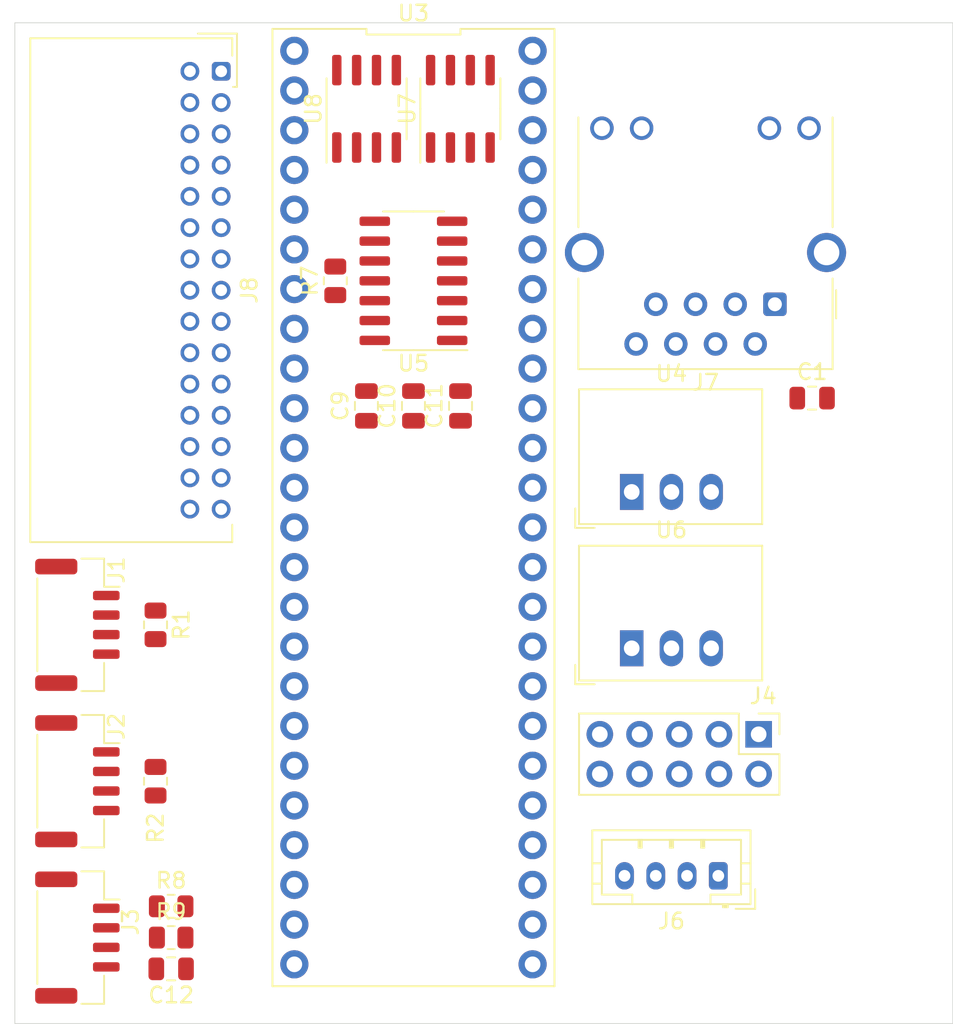
<source format=kicad_pcb>
(kicad_pcb (version 20240108) (generator "pcbnew") (generator_version "8.0")
  (layers (0 "F.Cu" signal) (1 "In1.Cu" signal) (2 "In2.Cu" signal) (31 "B.Cu" signal) (34 "B.Paste" user) (35 "F.Paste" user) (36 "B.SilkS" user "B.Silkscreen") (37 "F.SilkS" user "F.Silkscreen") (38 "B.Mask" user) (39 "F.Mask" user) (44 "Edge.Cuts" user))
  (net 0 "")
  (net 1 "GNDD")
  (net 2 "+12V")
  (net 3 "Net-(U5-SPLIT)")
  (net 4 "/CAN1/CANH")
  (net 5 "+BATT")
  (net 6 "/CAN1/CANL")
  (net 7 "/CAN2/CANL")
  (net 8 "/CAN2/CANH")
  (net 9 "/CAN FD/CANL")
  (net 10 "/CAN FD/CANH")
  (net 11 "Net-(J7-RCT)")
  (net 12 "/Ethernet/RX-")
  (net 13 "/A4")
  (net 14 "/A6")
  (net 15 "/A1")
  (net 16 "/A5")
  (net 17 "/A2")
  (net 18 "/A3")
  (net 21 "+5V")
  (net 22 "/GND")
  (net 23 "+3V3")
  (net 24 "/13")
  (net 28 "/Ethernet/RX+")
  (net 30 "/Ethernet/TX-")
  (net 32 "/Ethernet/LED")
  (net 33 "/Ethernet/TX+")
  (net 34 "Net-(U5-VBAT)")
  (net 36 "/5")
  (net 37 "/A0")
  (net 38 "/SDA2")
  (net 39 "/7")
  (net 40 "/2")
  (net 43 "+3.3V")
  (net 44 "/8")
  (net 46 "/CANTX1")
  (net 51 "/10")
  (net 52 "/3")
  (net 53 "/12")
  (net 55 "/A7")
  (net 56 "/CANRX1")
  (net 57 "/6")
  (net 58 "/SCL2")
  (net 59 "/CANRX3")
  (net 60 "/CANRX2")
  (net 61 "/9")
  (net 64 "/CANTX2")
  (net 65 "/4")
  (net 68 "/11")
  (net 71 "/CANTX3")
  (net 79 "/CAN_L1")
  (net 80 "/CAN_H2")
  (net 81 "/CAN_H3")
  (net 82 "/CAN_L3")
  (net 83 "/CAN_H1")
  (net 84 "/CAN_L2")
  (footprint "Connector_JST:JST_GH_SM04B-GHS-TB_1x04-1MP_P1.25mm_Horizontal" (layer "F.Cu") (at 147 92.5 -90)
    (property "Reference" "J1" (at -3.5 -2.5 90) (layer "F.SilkS"))
    (property "Value" "Conn_01x04")
    (fp_line (start -2.965 2.56) (end 2.965 2.56) (stroke (width 0.12)) (layer "F.SilkS"))
    (fp_line (start -4.235 -0.26) (end -4.235 -1.71) (stroke (width 0.12)) (layer "F.SilkS"))
    (fp_line (start 4.235 -0.26) (end 4.235 -1.71) (stroke (width 0.12)) (layer "F.SilkS"))
    (fp_line (start -4.235 -1.71) (end -2.435 -1.71) (stroke (width 0.12)) (layer "F.SilkS"))
    (fp_line (start -2.435 -1.71) (end -2.435 -2.7) (stroke (width 0.12)) (layer "F.SilkS"))
    (fp_line (start 4.235 -1.71) (end 2.435 -1.71) (stroke (width 0.12)) (layer "F.SilkS"))
    (pad "1" smd roundrect (at -1.875 -1.85 270) (size 0.6 1.7) (layers "F.Cu" "F.Paste" "F.Mask") (net 2 "+12V"))
    (pad "2" smd roundrect (at -0.625 -1.85 270) (size 0.6 1.7) (layers "F.Cu" "F.Paste" "F.Mask") (net 4 "/CAN1/CANH"))
    (pad "3" smd roundrect (at 0.625 -1.85 270) (size 0.6 1.7) (layers "F.Cu" "F.Paste" "F.Mask") (net 6 "/CAN1/CANL"))
    (pad "4" smd roundrect (at 1.875 -1.85 270) (size 0.6 1.7) (layers "F.Cu" "F.Paste" "F.Mask") (net 1 "GNDD"))
    (pad "MP" smd roundrect (at -3.725 1.35 270) (size 1 2.7) (layers "F.Cu" "F.Paste" "F.Mask"))
    (pad "MP" smd roundrect (at 3.725 1.35 270) (size 1 2.7) (layers "F.Cu" "F.Paste" "F.Mask"))
  )
  (footprint "Capacitor_SMD:C_0805_2012Metric" (layer "F.Cu") (at 171.51 78.5 90)
    (property "Reference" "C11" (at 0 -1.68 270) (layer "F.SilkS"))
    (property "Value" "10nF")
    (fp_line (start -0.261252 -0.735) (end 0.261252 -0.735) (stroke (width 0.12)) (layer "F.SilkS"))
    (fp_line (start -0.261252 0.735) (end 0.261252 0.735) (stroke (width 0.12)) (layer "F.SilkS"))
    (pad "1" smd roundrect (at -0.95 0 90) (size 1 1.45) (layers "F.Cu" "F.Paste" "F.Mask") (net 5 "+BATT"))
    (pad "2" smd roundrect (at 0.95 0 90) (size 1 1.45) (layers "F.Cu" "F.Paste" "F.Mask") (net 1 "GNDD"))
  )
  (footprint "Connector_JST:JST_PUD_S30B-PUDSS-1_2x15_P2.00mm_Horizontal" (layer "F.Cu") (at 156.2 57.1 -90)
    (property "Reference" "J8" (at 14 -1.8 90) (layer "F.SilkS"))
    (property "Value" "PUD")
    (fp_line (start -2.11 12.21) (end 14 12.21) (stroke (width 0.12)) (layer "F.SilkS"))
    (fp_line (start 30.11 12.21) (end 14 12.21) (stroke (width 0.12)) (layer "F.SilkS"))
    (fp_line (start -2.11 -0.71) (end -2.11 12.21) (stroke (width 0.12)) (layer "F.SilkS"))
    (fp_line (start -1 -0.71) (end -2.11 -0.71) (stroke (width 0.12)) (layer "F.SilkS"))
    (fp_line (start 29 -0.71) (end 30.11 -0.71) (stroke (width 0.12)) (layer "F.SilkS"))
    (fp_line (start 30.11 -0.71) (end 30.11 12.21) (stroke (width 0.12)) (layer "F.SilkS"))
    (fp_line (start 1 -0.76) (end 1 -1.01) (stroke (width 0.12)) (layer "F.SilkS"))
    (fp_line (start -2.41 -1.01) (end -2.41 1.49) (stroke (width 0.12)) (layer "F.SilkS"))
    (fp_line (start 1 -1.01) (end -2.41 -1.01) (stroke (width 0.12)) (layer "F.SilkS"))
    (pad "" np_thru_hole circle (at -0.9 9.7 270) (size 1.65 1.65) (drill 1.65) (layers "*.Cu" "*.Mask"))
    (pad "" np_thru_hole circle (at 28.9 9.7 270) (size 1.65 1.65) (drill 1.65) (layers "*.Cu" "*.Mask"))
    (pad "1" thru_hole roundrect (at 0 0 270) (size 1.2 1.2) (drill 0.75) (layers "*.Cu" "*.Mask") (roundrect_rratio 0.208333) (net 40 "/2"))
    (pad "2" thru_hole circle (at 0 2 270) (size 1.2 1.2) (drill 0.75) (layers "*.Cu" "*.Mask") (net 52 "/3"))
    (pad "3" thru_hole circle (at 2 0 270) (size 1.2 1.2) (drill 0.75) (layers "*.Cu" "*.Mask") (net 65 "/4"))
    (pad "4" thru_hole circle (at 2 2 270) (size 1.2 1.2) (drill 0.75) (layers "*.Cu" "*.Mask") (net 36 "/5"))
    (pad "5" thru_hole circle (at 4 0 270) (size 1.2 1.2) (drill 0.75) (layers "*.Cu" "*.Mask") (net 57 "/6"))
    (pad "6" thru_hole circle (at 4 2 270) (size 1.2 1.2) (drill 0.75) (layers "*.Cu" "*.Mask") (net 39 "/7"))
    (pad "7" thru_hole circle (at 6 0 270) (size 1.2 1.2) (drill 0.75) (layers "*.Cu" "*.Mask") (net 44 "/8"))
    (pad "8" thru_hole circle (at 6 2 270) (size 1.2 1.2) (drill 0.75) (layers "*.Cu" "*.Mask") (net 61 "/9"))
    (pad "9" thru_hole circle (at 8 0 270) (size 1.2 1.2) (drill 0.75) (layers "*.Cu" "*.Mask") (net 51 "/10"))
    (pad "10" thru_hole circle (at 8 2 270) (size 1.2 1.2) (drill 0.75) (layers "*.Cu" "*.Mask") (net 68 "/11"))
    (pad "11" thru_hole circle (at 10 0 270) (size 1.2 1.2) (drill 0.75) (layers "*.Cu" "*.Mask") (net 53 "/12"))
    (pad "12" thru_hole circle (at 10 2 270) (size 1.2 1.2) (drill 0.75) (layers "*.Cu" "*.Mask") (net 24 "/13"))
    (pad "13" thru_hole circle (at 12 0 270) (size 1.2 1.2) (drill 0.75) (layers "*.Cu" "*.Mask") (net 43 "+3.3V"))
    (pad "14" thru_hole circle (at 12 2 270) (size 1.2 1.2) (drill 0.75) (layers "*.Cu" "*.Mask") (net 21 "+5V"))
    (pad "15" thru_hole circle (at 14 0 270) (size 1.2 1.2) (drill 0.75) (layers "*.Cu" "*.Mask") (net 22 "/GND"))
    (pad "16" thru_hole circle (at 14 2 270) (size 1.2 1.2) (drill 0.75) (layers "*.Cu" "*.Mask") (net 22 "/GND"))
    (pad "17" thru_hole circle (at 16 0 270) (size 1.2 1.2) (drill 0.75) (layers "*.Cu" "*.Mask") (net 82 "/CAN_L3"))
    (pad "18" thru_hole circle (at 16 2 270) (size 1.2 1.2) (drill 0.75) (layers "*.Cu" "*.Mask") (net 81 "/CAN_H3"))
    (pad "19" thru_hole circle (at 18 0 270) (size 1.2 1.2) (drill 0.75) (layers "*.Cu" "*.Mask") (net 84 "/CAN_L2"))
    (pad "20" thru_hole circle (at 18 2 270) (size 1.2 1.2) (drill 0.75) (layers "*.Cu" "*.Mask") (net 80 "/CAN_H2"))
    (pad "21" thru_hole circle (at 20 0 270) (size 1.2 1.2) (drill 0.75) (layers "*.Cu" "*.Mask") (net 79 "/CAN_L1"))
    (pad "22" thru_hole circle (at 20 2 270) (size 1.2 1.2) (drill 0.75) (layers "*.Cu" "*.Mask") (net 83 "/CAN_H1"))
    (pad "23" thru_hole circle (at 22 0 270) (size 1.2 1.2) (drill 0.75) (layers "*.Cu" "*.Mask") (net 55 "/A7"))
    (pad "24" thru_hole circle (at 22 2 270) (size 1.2 1.2) (drill 0.75) (layers "*.Cu" "*.Mask") (net 14 "/A6"))
    (pad "25" thru_hole circle (at 24 0 270) (size 1.2 1.2) (drill 0.75) (layers "*.Cu" "*.Mask") (net 16 "/A5"))
    (pad "26" thru_hole circle (at 24 2 270) (size 1.2 1.2) (drill 0.75) (layers "*.Cu" "*.Mask") (net 13 "/A4"))
    (pad "27" thru_hole circle (at 26 0 270) (size 1.2 1.2) (drill 0.75) (layers "*.Cu" "*.Mask") (net 18 "/A3"))
    (pad "28" thru_hole circle (at 26 2 270) (size 1.2 1.2) (drill 0.75) (layers "*.Cu" "*.Mask") (net 17 "/A2"))
    (pad "29" thru_hole circle (at 28 0 270) (size 1.2 1.2) (drill 0.75) (layers "*.Cu" "*.Mask") (net 15 "/A1"))
    (pad "30" thru_hole circle (at 28 2 270) (size 1.2 1.2) (drill 0.75) (layers "*.Cu" "*.Mask") (net 37 "/A0"))
  )
  (footprint "Capacitor_SMD:C_0805_2012Metric" (layer "F.Cu") (at 168.5 78.5 90)
    (property "Reference" "C10" (at 0 -1.68 270) (layer "F.SilkS"))
    (property "Value" "10nF")
    (fp_line (start -0.261252 -0.735) (end 0.261252 -0.735) (stroke (width 0.12)) (layer "F.SilkS"))
    (fp_line (start -0.261252 0.735) (end 0.261252 0.735) (stroke (width 0.12)) (layer "F.SilkS"))
    (pad "1" smd roundrect (at -0.95 0 90) (size 1 1.45) (layers "F.Cu" "F.Paste" "F.Mask") (net 21 "+5V"))
    (pad "2" smd roundrect (at 0.95 0 90) (size 1 1.45) (layers "F.Cu" "F.Paste" "F.Mask") (net 1 "GNDD"))
  )
  (footprint "Converter_DCDC:Converter_DCDC_RECOM_R-78E-0.5_THT" (layer "F.Cu") (at 182.46 84)
    (property "Reference" "U4" (at 2.54 -7.56 0) (layer "F.SilkS"))
    (property "Value" "R-78E12-0.5")
    (fp_line (start -3.611 1.06) (end -3.611 2.3) (stroke (width 0.12)) (layer "F.SilkS"))
    (fp_line (start -3.611 2.3) (end -2.371 2.3) (stroke (width 0.12)) (layer "F.SilkS"))
    (fp_line (start -3.371 -6.56) (end -3.371 2.06) (stroke (width 0.12)) (layer "F.SilkS"))
    (fp_line (start -3.371 -6.56) (end 8.35 -6.56) (stroke (width 0.12)) (layer "F.SilkS"))
    (fp_line (start -3.371 2.06) (end 8.35 2.06) (stroke (width 0.12)) (layer "F.SilkS"))
    (fp_line (start 8.35 -6.56) (end 8.35 2.06) (stroke (width 0.12)) (layer "F.SilkS"))
    (pad "1" thru_hole rect (at 0 0) (size 1.5 2.3) (drill 1) (layers "*.Cu" "*.Mask") (net 5 "+BATT"))
    (pad "2" thru_hole oval (at 2.54 0) (size 1.5 2.3) (drill 1) (layers "*.Cu" "*.Mask") (net 1 "GNDD"))
    (pad "3" thru_hole oval (at 5.08 0) (size 1.5 2.3) (drill 1) (layers "*.Cu" "*.Mask") (net 2 "+12V"))
  )
  (footprint "Converter_DCDC:Converter_DCDC_RECOM_R-78E-0.5_THT" (layer "F.Cu") (at 182.46 94)
    (property "Reference" "U6" (at 2.54 -7.56 0) (layer "F.SilkS"))
    (property "Value" "R-78E5.0-0.5")
    (fp_line (start -3.611 1.06) (end -3.611 2.3) (stroke (width 0.12)) (layer "F.SilkS"))
    (fp_line (start -3.611 2.3) (end -2.371 2.3) (stroke (width 0.12)) (layer "F.SilkS"))
    (fp_line (start -3.371 -6.56) (end -3.371 2.06) (stroke (width 0.12)) (layer "F.SilkS"))
    (fp_line (start -3.371 -6.56) (end 8.35 -6.56) (stroke (width 0.12)) (layer "F.SilkS"))
    (fp_line (start -3.371 2.06) (end 8.35 2.06) (stroke (width 0.12)) (layer "F.SilkS"))
    (fp_line (start 8.35 -6.56) (end 8.35 2.06) (stroke (width 0.12)) (layer "F.SilkS"))
    (pad "1" thru_hole rect (at 0 0) (size 1.5 2.3) (drill 1) (layers "*.Cu" "*.Mask") (net 5 "+BATT"))
    (pad "2" thru_hole oval (at 2.54 0) (size 1.5 2.3) (drill 1) (layers "*.Cu" "*.Mask") (net 1 "GNDD"))
    (pad "3" thru_hole oval (at 5.08 0) (size 1.5 2.3) (drill 1) (layers "*.Cu" "*.Mask") (net 21 "+5V"))
  )
  (footprint "Resistor_SMD:R_0805_2012Metric" (layer "F.Cu") (at 163.5 70.5 90)
    (property "Reference" "R7" (at 0 -1.65 270) (layer "F.SilkS"))
    (property "Value" "R_Small")
    (fp_line (start -0.227064 -0.735) (end 0.227064 -0.735) (stroke (width 0.12)) (layer "F.SilkS"))
    (fp_line (start -0.227064 0.735) (end 0.227064 0.735) (stroke (width 0.12)) (layer "F.SilkS"))
    (pad "1" smd roundrect (at -0.9125 0 90) (size 1.025 1.4) (layers "F.Cu" "F.Paste" "F.Mask") (roundrect_rratio 0.243902) (net 2 "+12V"))
    (pad "2" smd roundrect (at 0.9125 0 90) (size 1.025 1.4) (layers "F.Cu" "F.Paste" "F.Mask") (roundrect_rratio 0.243902) (net 34 "Net-(U5-VBAT)"))
  )
  (footprint "Connector_JST:JST_PH_B4B-PH-K_1x04_P2.00mm_Vertical" (layer "F.Cu") (at 188 108.55 180)
    (property "Reference" "J6" (at 3 -2.9 180) (layer "F.SilkS"))
    (property "Value" "Qwiic")
    (fp_line (start 8.06 2.91) (end 8.06 -1.81) (stroke (width 0.12)) (layer "F.SilkS"))
    (fp_line (start 8.06 0.8) (end 7.45 0.8) (stroke (width 0.12)) (layer "F.SilkS"))
    (fp_line (start 8.06 -0.5) (end 7.45 -0.5) (stroke (width 0.12)) (layer "F.SilkS"))
    (fp_line (start 8.06 -1.81) (end -2.06 -1.81) (stroke (width 0.12)) (layer "F.SilkS"))
    (fp_line (start 7.45 2.3) (end 7.45 -1.2) (stroke (width 0.12)) (layer "F.SilkS"))
    (fp_line (start 7.45 -1.2) (end 5.5 -1.2) (stroke (width 0.12)) (layer "F.SilkS"))
    (fp_line (start 5.5 -1.2) (end 5.5 -1.81) (stroke (width 0.12)) (layer "F.SilkS"))
    (fp_line (start 5.1 1.8) (end 5.1 2.3) (stroke (width 0.12)) (layer "F.SilkS"))
    (fp_line (start 5 2.3) (end 5 1.8) (stroke (width 0.12)) (layer "F.SilkS"))
    (fp_line (start 4.9 2.3) (end 4.9 1.8) (stroke (width 0.12)) (layer "F.SilkS"))
    (fp_line (start 4.9 1.8) (end 5.1 1.8) (stroke (width 0.12)) (layer "F.SilkS"))
    (fp_line (start 3.1 1.8) (end 3.1 2.3) (stroke (width 0.12)) (layer "F.SilkS"))
    (fp_line (start 3 2.3) (end 3 1.8) (stroke (width 0.12)) (layer "F.SilkS"))
    (fp_line (start 2.9 2.3) (end 2.9 1.8) (stroke (width 0.12)) (layer "F.SilkS"))
    (fp_line (start 2.9 1.8) (end 3.1 1.8) (stroke (width 0.12)) (layer "F.SilkS"))
    (fp_line (start 1.1 1.8) (end 1.1 2.3) (stroke (width 0.12)) (layer "F.SilkS"))
    (fp_line (start 1 2.3) (end 1 1.8) (stroke (width 0.12)) (layer "F.SilkS"))
    (fp_line (start 0.9 2.3) (end 0.9 1.8) (stroke (width 0.12)) (layer "F.SilkS"))
    (fp_line (start 0.9 1.8) (end 1.1 1.8) (stroke (width 0.12)) (layer "F.SilkS"))
    (fp_line (start 0.5 -1.2) (end -1.45 -1.2) (stroke (width 0.12)) (layer "F.SilkS"))
    (fp_line (start 0.5 -1.81) (end 0.5 -1.2) (stroke (width 0.12)) (layer "F.SilkS"))
    (fp_line (start -0.3 -1.81) (end -0.3 -2.01) (stroke (width 0.12)) (layer "F.SilkS"))
    (fp_line (start -0.3 -1.91) (end -0.6 -1.91) (stroke (width 0.12)) (layer "F.SilkS"))
    (fp_line (start -0.3 -2.01) (end -0.6 -2.01) (stroke (width 0.12)) (layer "F.SilkS"))
    (fp_line (start -0.6 -2.01) (end -0.6 -1.81) (stroke (width 0.12)) (layer "F.SilkS"))
    (fp_line (start -1.11 -2.11) (end -2.36 -2.11) (stroke (width 0.12)) (layer "F.SilkS"))
    (fp_line (start -1.45 2.3) (end 7.45 2.3) (stroke (width 0.12)) (layer "F.SilkS"))
    (fp_line (start -1.45 -1.2) (end -1.45 2.3) (stroke (width 0.12)) (layer "F.SilkS"))
    (fp_line (start -2.06 2.91) (end 8.06 2.91) (stroke (width 0.12)) (layer "F.SilkS"))
    (fp_line (start -2.06 0.8) (end -1.45 0.8) (stroke (width 0.12)) (layer "F.SilkS"))
    (fp_line (start -2.06 -0.5) (end -1.45 -0.5) (stroke (width 0.12)) (layer "F.SilkS"))
    (fp_line (start -2.06 -1.81) (end -2.06 2.91) (stroke (width 0.12)) (layer "F.SilkS"))
    (fp_line (start -2.36 -2.11) (end -2.36 -0.86) (stroke (width 0.12)) (layer "F.SilkS"))
    (pad "1" thru_hole roundrect (at 0 0 180) (size 1.2 1.75) (drill 0.75) (layers "*.Cu" "*.Mask") (roundrect_rratio 0.208333) (net 22 "/GND"))
    (pad "2" thru_hole oval (at 2 0 180) (size 1.2 1.75) (drill 0.75) (layers "*.Cu" "*.Mask") (net 21 "+5V"))
    (pad "3" thru_hole oval (at 4 0 180) (size 1.2 1.75) (drill 0.75) (layers "*.Cu" "*.Mask") (net 38 "/SDA2"))
    (pad "4" thru_hole oval (at 6 0 180) (size 1.2 1.75) (drill 0.75) (layers "*.Cu" "*.Mask") (net 58 "/SCL2"))
  )
  (footprint "Resistor_SMD:R_0805_2012Metric" (layer "F.Cu") (at 152 102.5 -90)
    (property "Reference" "R2" (at 3 0 90) (layer "F.SilkS"))
    (property "Value" "120")
    (fp_line (start -0.227064 0.735) (end 0.227064 0.735) (stroke (width 0.12)) (layer "F.SilkS"))
    (fp_line (start -0.227064 -0.735) (end 0.227064 -0.735) (stroke (width 0.12)) (layer "F.SilkS"))
    (pad "1" smd roundrect (at -0.9125 0 270) (size 1.025 1.4) (layers "F.Cu" "F.Paste" "F.Mask") (roundrect_rratio 0.243902) (net 8 "/CAN2/CANH"))
    (pad "2" smd roundrect (at 0.9125 0 270) (size 1.025 1.4) (layers "F.Cu" "F.Paste" "F.Mask") (roundrect_rratio 0.243902) (net 7 "/CAN2/CANL"))
  )
  (footprint "Resistor_SMD:R_0805_2012Metric" (layer "F.Cu") (at 152 92.5 -90)
    (property "Reference" "R1" (at 0 -1.65 90) (layer "F.SilkS"))
    (property "Value" "120")
    (fp_line (start -0.227064 0.735) (end 0.227064 0.735) (stroke (width 0.12)) (layer "F.SilkS"))
    (fp_line (start -0.227064 -0.735) (end 0.227064 -0.735) (stroke (width 0.12)) (layer "F.SilkS"))
    (pad "1" smd roundrect (at -0.9125 0 270) (size 1.025 1.4) (layers "F.Cu" "F.Paste" "F.Mask") (roundrect_rratio 0.243902) (net 4 "/CAN1/CANH"))
    (pad "2" smd roundrect (at 0.9125 0 270) (size 1.025 1.4) (layers "F.Cu" "F.Paste" "F.Mask") (roundrect_rratio 0.243902) (net 6 "/CAN1/CANL"))
  )
  (footprint "Package_SO:SOIC-14_3.9x8.7mm_P1.27mm" (layer "F.Cu") (at 168.5 70.5 180)
    (property "Reference" "U5" (at 0 -5.28 180) (layer "F.SilkS"))
    (property "Value" "TJA1043T")
    (fp_line (start 0 4.435) (end 1.95 4.435) (stroke (width 0.12)) (layer "F.SilkS"))
    (fp_line (start 0 4.435) (end -1.95 4.435) (stroke (width 0.12)) (layer "F.SilkS"))
    (fp_line (start 0 -4.435) (end 1.95 -4.435) (stroke (width 0.12)) (layer "F.SilkS"))
    (fp_line (start 0 -4.435) (end -3.45 -4.435) (stroke (width 0.12)) (layer "F.SilkS"))
    (pad "1" smd roundrect (at -2.475 -3.81 180) (size 1.95 0.6) (layers "F.Cu" "F.Paste" "F.Mask") (net 71 "/CANTX3"))
    (pad "2" smd roundrect (at -2.475 -2.54 180) (size 1.95 0.6) (layers "F.Cu" "F.Paste" "F.Mask") (net 1 "GNDD"))
    (pad "3" smd roundrect (at -2.475 -1.27 180) (size 1.95 0.6) (layers "F.Cu" "F.Paste" "F.Mask") (net 21 "+5V"))
    (pad "4" smd roundrect (at -2.475 0 180) (size 1.95 0.6) (layers "F.Cu" "F.Paste" "F.Mask") (net 59 "/CANRX3"))
    (pad "5" smd roundrect (at -2.475 1.27 180) (size 1.95 0.6) (layers "F.Cu" "F.Paste" "F.Mask") (net 23 "+3V3"))
    (pad "6" smd roundrect (at -2.475 2.54 180) (size 1.95 0.6) (layers "F.Cu" "F.Paste" "F.Mask") (net 23 "+3V3"))
    (pad "7" smd roundrect (at -2.475 3.81 180) (size 1.95 0.6) (layers "F.Cu" "F.Paste" "F.Mask"))
    (pad "8" smd roundrect (at 2.475 3.81 180) (size 1.95 0.6) (layers "F.Cu" "F.Paste" "F.Mask"))
    (pad "9" smd roundrect (at 2.475 2.54 180) (size 1.95 0.6) (layers "F.Cu" "F.Paste" "F.Mask") (net 1 "GNDD"))
    (pad "10" smd roundrect (at 2.475 1.27 180) (size 1.95 0.6) (layers "F.Cu" "F.Paste" "F.Mask") (net 34 "Net-(U5-VBAT)"))
    (pad "11" smd roundrect (at 2.475 0 180) (size 1.95 0.6) (layers "F.Cu" "F.Paste" "F.Mask") (net 3 "Net-(U5-SPLIT)"))
    (pad "12" smd roundrect (at 2.475 -1.27 180) (size 1.95 0.6) (layers "F.Cu" "F.Paste" "F.Mask") (net 9 "/CAN FD/CANL"))
    (pad "13" smd roundrect (at 2.475 -2.54 180) (size 1.95 0.6) (layers "F.Cu" "F.Paste" "F.Mask") (net 10 "/CAN FD/CANH"))
    (pad "14" smd roundrect (at 2.475 -3.81 180) (size 1.95 0.6) (layers "F.Cu" "F.Paste" "F.Mask") (net 23 "+3V3"))
  )
  (footprint "Capacitor_SMD:C_0805_2012Metric" (layer "F.Cu") (at 153 114.5 180)
    (property "Reference" "C12" (at 0 -1.68 180) (layer "F.SilkS"))
    (property "Value" "C_Small")
    (fp_line (start -0.261252 0.735) (end 0.261252 0.735) (stroke (width 0.12)) (layer "F.SilkS"))
    (fp_line (start -0.261252 -0.735) (end 0.261252 -0.735) (stroke (width 0.12)) (layer "F.SilkS"))
    (pad "1" smd roundrect (at -0.95 0 180) (size 1 1.45) (layers "F.Cu" "F.Paste" "F.Mask") (net 3 "Net-(U5-SPLIT)"))
    (pad "2" smd roundrect (at 0.95 0 180) (size 1 1.45) (layers "F.Cu" "F.Paste" "F.Mask") (net 1 "GNDD"))
  )
  (footprint "Resistor_SMD:R_0805_2012Metric" (layer "F.Cu") (at 153 112.5)
    (property "Reference" "R9" (at 0 -1.65 0) (layer "F.SilkS"))
    (property "Value" "60")
    (fp_line (start -0.227064 -0.735) (end 0.227064 -0.735) (stroke (width 0.12)) (layer "F.SilkS"))
    (fp_line (start -0.227064 0.735) (end 0.227064 0.735) (stroke (width 0.12)) (layer "F.SilkS"))
    (pad "1" smd roundrect (at -0.9125 0) (size 1.025 1.4) (layers "F.Cu" "F.Paste" "F.Mask") (roundrect_rratio 0.243902) (net 9 "/CAN FD/CANL"))
    (pad "2" smd roundrect (at 0.9125 0) (size 1.025 1.4) (layers "F.Cu" "F.Paste" "F.Mask") (roundrect_rratio 0.243902) (net 3 "Net-(U5-SPLIT)"))
  )
  (footprint "Connector_JST:JST_GH_SM04B-GHS-TB_1x04-1MP_P1.25mm_Horizontal" (layer "F.Cu") (at 147 102.5 -90)
    (property "Reference" "J2" (at -3.5 -2.5 90) (layer "F.SilkS"))
    (property "Value" "Conn_01x04")
    (fp_line (start -2.965 2.56) (end 2.965 2.56) (stroke (width 0.12)) (layer "F.SilkS"))
    (fp_line (start -4.235 -0.26) (end -4.235 -1.71) (stroke (width 0.12)) (layer "F.SilkS"))
    (fp_line (start 4.235 -0.26) (end 4.235 -1.71) (stroke (width 0.12)) (layer "F.SilkS"))
    (fp_line (start -4.235 -1.71) (end -2.435 -1.71) (stroke (width 0.12)) (layer "F.SilkS"))
    (fp_line (start -2.435 -1.71) (end -2.435 -2.7) (stroke (width 0.12)) (layer "F.SilkS"))
    (fp_line (start 4.235 -1.71) (end 2.435 -1.71) (stroke (width 0.12)) (layer "F.SilkS"))
    (pad "1" smd roundrect (at -1.875 -1.85 270) (size 0.6 1.7) (layers "F.Cu" "F.Paste" "F.Mask") (net 2 "+12V"))
    (pad "2" smd roundrect (at -0.625 -1.85 270) (size 0.6 1.7) (layers "F.Cu" "F.Paste" "F.Mask") (net 8 "/CAN2/CANH"))
    (pad "3" smd roundrect (at 0.625 -1.85 270) (size 0.6 1.7) (layers "F.Cu" "F.Paste" "F.Mask") (net 7 "/CAN2/CANL"))
    (pad "4" smd roundrect (at 1.875 -1.85 270) (size 0.6 1.7) (layers "F.Cu" "F.Paste" "F.Mask") (net 1 "GNDD"))
    (pad "MP" smd roundrect (at -3.725 1.35 270) (size 1 2.7) (layers "F.Cu" "F.Paste" "F.Mask"))
    (pad "MP" smd roundrect (at 3.725 1.35 270) (size 1 2.7) (layers "F.Cu" "F.Paste" "F.Mask"))
  )
  (footprint "Capacitor_SMD:C_0805_2012Metric" (layer "F.Cu") (at 165.49 78.5 90)
    (property "Reference" "C9" (at 0 -1.68 270) (layer "F.SilkS"))
    (property "Value" "10nF")
    (fp_line (start -0.261252 -0.735) (end 0.261252 -0.735) (stroke (width 0.12)) (layer "F.SilkS"))
    (fp_line (start -0.261252 0.735) (end 0.261252 0.735) (stroke (width 0.12)) (layer "F.SilkS"))
    (pad "1" smd roundrect (at -0.95 0 90) (size 1 1.45) (layers "F.Cu" "F.Paste" "F.Mask") (net 23 "+3V3"))
    (pad "2" smd roundrect (at 0.95 0 90) (size 1 1.45) (layers "F.Cu" "F.Paste" "F.Mask") (net 1 "GNDD"))
  )
  (footprint "Resistor_SMD:R_0805_2012Metric" (layer "F.Cu") (at 153 110.5)
    (property "Reference" "R8" (at 0 -1.65 0) (layer "F.SilkS"))
    (property "Value" "60")
    (fp_line (start -0.227064 -0.735) (end 0.227064 -0.735) (stroke (width 0.12)) (layer "F.SilkS"))
    (fp_line (start -0.227064 0.735) (end 0.227064 0.735) (stroke (width 0.12)) (layer "F.SilkS"))
    (pad "1" smd roundrect (at -0.9125 0) (size 1.025 1.4) (layers "F.Cu" "F.Paste" "F.Mask") (roundrect_rratio 0.243902) (net 10 "/CAN FD/CANH"))
    (pad "2" smd roundrect (at 0.9125 0) (size 1.025 1.4) (layers "F.Cu" "F.Paste" "F.Mask") (roundrect_rratio 0.243902) (net 3 "Net-(U5-SPLIT)"))
  )
  (footprint "Package_SO:SOIC-8_3.9x4.9mm_P1.27mm" (layer "F.Cu") (at 165.5 59.5 90)
    (property "Reference" "U8" (at 0 -3.4 -90) (layer "F.SilkS"))
    (property "Value" "MCP2562-H-SN")
    (fp_line (start 0 -2.56) (end 1.95 -2.56) (stroke (width 0.12)) (layer "F.SilkS"))
    (fp_line (start 0 -2.56) (end -3.45 -2.56) (stroke (width 0.12)) (layer "F.SilkS"))
    (fp_line (start 0 2.56) (end 1.95 2.56) (stroke (width 0.12)) (layer "F.SilkS"))
    (fp_line (start 0 2.56) (end -1.95 2.56) (stroke (width 0.12)) (layer "F.SilkS"))
    (pad "1" smd roundrect (at -2.475 -1.905 90) (size 1.95 0.6) (layers "F.Cu" "F.Paste" "F.Mask") (net 64 "/CANTX2"))
    (pad "2" smd roundrect (at -2.475 -0.635 90) (size 1.95 0.6) (layers "F.Cu" "F.Paste" "F.Mask") (net 1 "GNDD"))
    (pad "3" smd roundrect (at -2.475 0.635 90) (size 1.95 0.6) (layers "F.Cu" "F.Paste" "F.Mask") (net 21 "+5V"))
    (pad "4" smd roundrect (at -2.475 1.905 90) (size 1.95 0.6) (layers "F.Cu" "F.Paste" "F.Mask") (net 60 "/CANRX2"))
    (pad "5" smd roundrect (at 2.475 1.905 90) (size 1.95 0.6) (layers "F.Cu" "F.Paste" "F.Mask") (net 43 "+3.3V"))
    (pad "6" smd roundrect (at 2.475 0.635 90) (size 1.95 0.6) (layers "F.Cu" "F.Paste" "F.Mask") (net 7 "/CAN2/CANL"))
    (pad "7" smd roundrect (at 2.475 -0.635 90) (size 1.95 0.6) (layers "F.Cu" "F.Paste" "F.Mask") (net 8 "/CAN2/CANH"))
    (pad "8" smd roundrect (at 2.475 -1.905 90) (size 1.95 0.6) (layers "F.Cu" "F.Paste" "F.Mask") (net 1 "GNDD"))
  )
  (footprint "Connector_PinHeader_2.54mm:PinHeader_2x05_P2.54mm_Vertical" (layer "F.Cu") (at 190.58 99.5 -90)
    (property "Reference" "J4" (at -2.447 -0.2925 180) (layer "F.SilkS"))
    (property "Value" "Analog")
    (fp_line (start -1.33 11.49) (end 3.87 11.49) (stroke (width 0.12)) (layer "F.SilkS"))
    (fp_line (start -1.33 1.27) (end -1.33 11.49) (stroke (width 0.12)) (layer "F.SilkS"))
    (fp_line (start -1.33 1.27) (end 1.27 1.27) (stroke (width 0.12)) (layer "F.SilkS"))
    (fp_line (start 1.27 1.27) (end 1.27 -1.33) (stroke (width 0.12)) (layer "F.SilkS"))
    (fp_line (start -1.33 0) (end -1.33 -1.33) (stroke (width 0.12)) (layer "F.SilkS"))
    (fp_line (start -1.33 -1.33) (end 0 -1.33) (stroke (width 0.12)) (layer "F.SilkS"))
    (fp_line (start 1.27 -1.33) (end 3.87 -1.33) (stroke (width 0.12)) (layer "F.SilkS"))
    (fp_line (start 3.87 -1.33) (end 3.87 11.49) (stroke (width 0.12)) (layer "F.SilkS"))
    (pad "1" thru_hole rect (at 0 0 270) (size 1.7 1.7) (drill 1) (layers "*.Cu" "*.Mask"))
    (pad "2" thru_hole oval (at 2.54 0 270) (size 1.7 1.7) (drill 1) (layers "*.Cu" "*.Mask"))
    (pad "3" thru_hole oval (at 0 2.54 270) (size 1.7 1.7) (drill 1) (layers "*.Cu" "*.Mask"))
    (pad "4" thru_hole oval (at 2.54 2.54 270) (size 1.7 1.7) (drill 1) (layers "*.Cu" "*.Mask"))
    (pad "5" thru_hole oval (at 0 5.08 270) (size 1.7 1.7) (drill 1) (layers "*.Cu" "*.Mask"))
    (pad "6" thru_hole oval (at 2.54 5.08 270) (size 1.7 1.7) (drill 1) (layers "*.Cu" "*.Mask"))
    (pad "7" thru_hole oval (at 0 7.62 270) (size 1.7 1.7) (drill 1) (layers "*.Cu" "*.Mask"))
    (pad "8" thru_hole oval (at 2.54 7.62 270) (size 1.7 1.7) (drill 1) (layers "*.Cu" "*.Mask"))
    (pad "9" thru_hole oval (at 0 10.16 270) (size 1.7 1.7) (drill 1) (layers "*.Cu" "*.Mask"))
    (pad "10" thru_hole oval (at 2.54 10.16 270) (size 1.7 1.7) (drill 1) (layers "*.Cu" "*.Mask"))
  )
  (footprint "Capacitor_SMD:C_0805_2012Metric" (layer "F.Cu") (at 194 78)
    (property "Reference" "C1" (at 0 -1.68 360) (layer "F.SilkS"))
    (property "Value" "0.1uF")
    (fp_line (start -0.261252 -0.735) (end 0.261252 -0.735) (stroke (width 0.12)) (layer "F.SilkS"))
    (fp_line (start -0.261252 0.735) (end 0.261252 0.735) (stroke (width 0.12)) (layer "F.SilkS"))
    (pad "1" smd roundrect (at -0.95 0) (size 1 1.45) (layers "F.Cu" "F.Paste" "F.Mask") (net 11 "Net-(J7-RCT)"))
    (pad "2" smd roundrect (at 0.95 0) (size 1 1.45) (layers "F.Cu" "F.Paste" "F.Mask") (net 1 "GNDD"))
  )
  (footprint "Connector_RJ:RJ45_Hanrun_HR911105A_Horizontal" (layer "F.Cu") (at 191.62 72 180)
    (property "Reference" "J7" (at 4.44 -5 180) (layer "F.SilkS"))
    (property "Value" "RJ45_Hanrun_HR911105A_Horizontal")
    (fp_line (start 12.57 4.93) (end 12.57 11.95) (stroke (width 0.12)) (layer "F.SilkS"))
    (fp_line (start 12.57 -4.15) (end 12.57 1.65) (stroke (width 0.12)) (layer "F.SilkS"))
    (fp_line (start -3.69 4.93) (end -3.69 11.95) (stroke (width 0.12)) (layer "F.SilkS"))
    (fp_line (start -3.69 -4.15) (end 12.57 -4.15) (stroke (width 0.12)) (layer "F.SilkS"))
    (fp_line (start -3.69 -4.15) (end -3.69 1.65) (stroke (width 0.12)) (layer "F.SilkS"))
    (fp_line (start -3.92 -0.9) (end -3.92 0.9) (stroke (width 0.12)) (layer "F.SilkS"))
    (pad "" np_thru_hole circle (at -1.275 6.36 180) (size 3.25 3.25) (drill 3.25) (layers "*.Cu" "*.Mask"))
    (pad "" np_thru_hole circle (at 10.155 6.36 180) (size 3.25 3.25) (drill 3.25) (layers "*.Cu" "*.Mask"))
    (pad "1" thru_hole roundrect (at 0 0 180) (size 1.5 1.5) (drill 0.89) (layers "*.Cu" "*.Mask") (roundrect_rratio 0.167) (net 33 "/Ethernet/TX+"))
    (pad "2" thru_hole circle (at 1.26 -2.54 180) (size 1.5 1.5) (drill 0.89) (layers "*.Cu" "*.Mask") (net 30 "/Ethernet/TX-"))
    (pad "3" thru_hole circle (at 2.54 0 180) (size 1.5 1.5) (drill 0.89) (layers "*.Cu" "*.Mask") (net 28 "/Ethernet/RX+"))
    (pad "4" thru_hole circle (at 3.8 -2.54 180) (size 1.5 1.5) (drill 0.89) (layers "*.Cu" "*.Mask") (net 11 "Net-(J7-RCT)"))
    (pad "5" thru_hole circle (at 5.08 0 180) (size 1.5 1.5) (drill 0.89) (layers "*.Cu" "*.Mask") (net 11 "Net-(J7-RCT)"))
    (pad "6" thru_hole circle (at 6.34 -2.54 180) (size 1.5 1.5) (drill 0.89) (layers "*.Cu" "*.Mask") (net 12 "/Ethernet/RX-"))
    (pad "7" thru_hole circle (at 7.62 0 180) (size 1.5 1.5) (drill 0.89) (layers "*.Cu" "*.Mask"))
    (pad "8" thru_hole circle (at 8.88 -2.54 180) (size 1.5 1.5) (drill 0.89) (layers "*.Cu" "*.Mask") (net 1 "GNDD"))
    (pad "9" thru_hole circle (at -2.185 11.26 180) (size 1.5 1.5) (drill 1.02) (layers "*.Cu" "*.Mask") (net 32 "/Ethernet/LED"))
    (pad "10" thru_hole circle (at 0.355 11.26 180) (size 1.5 1.5) (drill 1.02) (layers "*.Cu" "*.Mask") (net 1 "GNDD"))
    (pad "11" thru_hole circle (at 8.525 11.26 180) (size 1.5 1.5) (drill 1.02) (layers "*.Cu" "*.Mask"))
    (pad "12" thru_hole circle (at 11.065 11.26 180) (size 1.5 1.5) (drill 1.02) (layers "*.Cu" "*.Mask"))
    (pad "SH" thru_hole circle (at -3.305 3.31 180) (size 2.5 2.5) (drill 1.63) (layers "*.Cu" "*.Mask") (net 1 "GNDD"))
    (pad "SH" thru_hole circle (at 12.185 3.31 180) (size 2.5 2.5) (drill 1.63) (layers "*.Cu" "*.Mask") (net 1 "GNDD"))
  )
  (footprint "Package_SO:SOIC-8_3.9x4.9mm_P1.27mm" (layer "F.Cu") (at 171.5 59.5 90)
    (property "Reference" "U7" (at 0 -3.4 -90) (layer "F.SilkS"))
    (property "Value" "MCP2562-H-SN")
    (fp_line (start 0 -2.56) (end 1.95 -2.56) (stroke (width 0.12)) (layer "F.SilkS"))
    (fp_line (start 0 -2.56) (end -3.45 -2.56) (stroke (width 0.12)) (layer "F.SilkS"))
    (fp_line (start 0 2.56) (end 1.95 2.56) (stroke (width 0.12)) (layer "F.SilkS"))
    (fp_line (start 0 2.56) (end -1.95 2.56) (stroke (width 0.12)) (layer "F.SilkS"))
    (pad "1" smd roundrect (at -2.475 -1.905 90) (size 1.95 0.6) (layers "F.Cu" "F.Paste" "F.Mask") (net 46 "/CANTX1"))
    (pad "2" smd roundrect (at -2.475 -0.635 90) (size 1.95 0.6) (layers "F.Cu" "F.Paste" "F.Mask") (net 1 "GNDD"))
    (pad "3" smd roundrect (at -2.475 0.635 90) (size 1.95 0.6) (layers "F.Cu" "F.Paste" "F.Mask") (net 21 "+5V"))
    (pad "4" smd roundrect (at -2.475 1.905 90) (size 1.95 0.6) (layers "F.Cu" "F.Paste" "F.Mask") (net 56 "/CANRX1"))
    (pad "5" smd roundrect (at 2.475 1.905 90) (size 1.95 0.6) (layers "F.Cu" "F.Paste" "F.Mask") (net 43 "+3.3V"))
    (pad "6" smd roundrect (at 2.475 0.635 90) (size 1.95 0.6) (layers "F.Cu" "F.Paste" "F.Mask") (net 6 "/CAN1/CANL"))
    (pad "7" smd roundrect (at 2.475 -0.635 90) (size 1.95 0.6) (layers "F.Cu" "F.Paste" "F.Mask") (net 4 "/CAN1/CANH"))
    (pad "8" smd roundrect (at 2.475 -1.905 90) (size 1.95 0.6) (layers "F.Cu" "F.Paste" "F.Mask") (net 1 "GNDD"))
  )
  (footprint "Connector_JST:JST_GH_SM04B-GHS-TB_1x04-1MP_P1.25mm_Horizontal" (layer "F.Cu") (at 147 112.5 -90)
    (property "Reference" "J3" (at -1 -3.4 90) (layer "F.SilkS"))
    (property "Value" "Conn_01x04")
    (fp_line (start -2.965 2.56) (end 2.965 2.56) (stroke (width 0.12)) (layer "F.SilkS"))
    (fp_line (start -4.235 -0.26) (end -4.235 -1.71) (stroke (width 0.12)) (layer "F.SilkS"))
    (fp_line (start 4.235 -0.26) (end 4.235 -1.71) (stroke (width 0.12)) (layer "F.SilkS"))
    (fp_line (start -4.235 -1.71) (end -2.435 -1.71) (stroke (width 0.12)) (layer "F.SilkS"))
    (fp_line (start -2.435 -1.71) (end -2.435 -2.7) (stroke (width 0.12)) (layer "F.SilkS"))
    (fp_line (start 4.235 -1.71) (end 2.435 -1.71) (stroke (width 0.12)) (layer "F.SilkS"))
    (pad "1" smd roundrect (at -1.875 -1.85 270) (size 0.6 1.7) (layers "F.Cu" "F.Paste" "F.Mask") (net 2 "+12V"))
    (pad "2" smd roundrect (at -0.625 -1.85 270) (size 0.6 1.7) (layers "F.Cu" "F.Paste" "F.Mask") (net 10 "/CAN FD/CANH"))
    (pad "3" smd roundrect (at 0.625 -1.85 270) (size 0.6 1.7) (layers "F.Cu" "F.Paste" "F.Mask") (net 9 "/CAN FD/CANL"))
    (pad "4" smd roundrect (at 1.875 -1.85 270) (size 0.6 1.7) (layers "F.Cu" "F.Paste" "F.Mask") (net 1 "GNDD"))
    (pad "MP" smd roundrect (at -3.725 1.35 270) (size 1 2.7) (layers "F.Cu" "F.Paste" "F.Mask"))
    (pad "MP" smd roundrect (at 3.725 1.35 270) (size 1 2.7) (layers "F.Cu" "F.Paste" "F.Mask"))
  )
  (footprint "Wetmelon:Teensy4.1" (layer "F.Cu") (at 168.5 85 -90)
    (property "Reference" "U3" (at -31.61 0 0) (layer "F.SilkS"))
    (property "Value" "Teensy4.1")
    (fp_line (start 30.61 9.02) (end 30.61 -9.019999) (stroke (width 0.12)) (layer "F.SilkS"))
    (fp_line (start -30.61 9.019999) (end 30.61 9.02) (stroke (width 0.12)) (layer "F.SilkS"))
    (fp_line (start -30.61 3.006666) (end -30.61 9.019999) (stroke (width 0.12)) (layer "F.SilkS"))
    (fp_line (start -30.25 3.006666) (end -30.61 3.006666) (stroke (width 0.12)) (layer "F.SilkS"))
    (fp_line (start -30.61 -3.006666) (end -30.25 -3.006666) (stroke (width 0.12)) (layer "F.SilkS"))
    (fp_line (start -30.25 -3.006666) (end -30.25 3.006666) (stroke (width 0.12)) (layer "F.SilkS"))
    (fp_line (start 30.61 -9.019999) (end -30.61 -9.02) (stroke (width 0.12)) (layer "F.SilkS"))
    (fp_line (start -30.61 -9.02) (end -30.61 -3.006666) (stroke (width 0.12)) (layer "F.SilkS"))
    (pad "1" thru_hole circle (at -29.21 7.62 270) (size 1.8 1.8) (drill 1) (layers "*.Cu" "*.Mask") (net 22 "/GND"))
    (pad "2" thru_hole circle (at -26.67 7.62 270) (size 1.8 1.8) (drill 1) (layers "*.Cu" "*.Mask") (net 60 "/CANRX2"))
    (pad "3" thru_hole circle (at -24.13 7.62 270) (size 1.8 1.8) (drill 1) (layers "*.Cu" "*.Mask") (net 64 "/CANTX2"))
    (pad "4" thru_hole circle (at -21.59 7.62 270) (size 1.8 1.8) (drill 1) (layers "*.Cu" "*.Mask") (net 40 "/2"))
    (pad "5" thru_hole circle (at -19.05 7.62 270) (size 1.8 1.8) (drill 1) (layers "*.Cu" "*.Mask") (net 52 "/3"))
    (pad "6" thru_hole circle (at -16.51 7.62 270) (size 1.8 1.8) (drill 1) (layers "*.Cu" "*.Mask") (net 65 "/4"))
    (pad "7" thru_hole circle (at -13.97 7.62 270) (size 1.8 1.8) (drill 1) (layers "*.Cu" "*.Mask") (net 36 "/5"))
    (pad "8" thru_hole circle (at -11.43 7.62 270) (size 1.8 1.8) (drill 1) (layers "*.Cu" "*.Mask") (net 57 "/6"))
    (pad "9" thru_hole circle (at -8.89 7.62 270) (size 1.8 1.8) (drill 1) (layers "*.Cu" "*.Mask") (net 39 "/7"))
    (pad "10" thru_hole circle (at -6.35 7.62 270) (size 1.8 1.8) (drill 1) (layers "*.Cu" "*.Mask") (net 44 "/8"))
    (pad "11" thru_hole circle (at -3.81 7.62 270) (size 1.8 1.8) (drill 1) (layers "*.Cu" "*.Mask") (net 61 "/9"))
    (pad "12" thru_hole circle (at -1.27 7.62 270) (size 1.8 1.8) (drill 1) (layers "*.Cu" "*.Mask") (net 51 "/10"))
    (pad "13" thru_hole circle (at 1.27 7.62 270) (size 1.8 1.8) (drill 1) (layers "*.Cu" "*.Mask") (net 68 "/11"))
    (pad "14" thru_hole circle (at 3.81 7.62 270) (size 1.8 1.8) (drill 1) (layers "*.Cu" "*.Mask") (net 53 "/12"))
    (pad "15" thru_hole circle (at 6.35 7.62 270) (size 1.8 1.8) (drill 1) (layers "*.Cu" "*.Mask") (net 43 "+3.3V"))
    (pad "16" thru_hole circle (at 8.89 7.62 270) (size 1.8 1.8) (drill 1) (layers "*.Cu" "*.Mask") (net 58 "/SCL2"))
    (pad "17" thru_hole circle (at 11.43 7.62 270) (size 1.8 1.8) (drill 1) (layers "*.Cu" "*.Mask") (net 38 "/SDA2"))
    (pad "18" thru_hole circle (at 13.97 7.62 270) (size 1.8 1.8) (drill 1) (layers "*.Cu" "*.Mask"))
    (pad "19" thru_hole circle (at 16.51 7.62 270) (size 1.8 1.8) (drill 1) (layers "*.Cu" "*.Mask"))
    (pad "20" thru_hole circle (at 19.05 7.62 270) (size 1.8 1.8) (drill 1) (layers "*.Cu" "*.Mask"))
    (pad "21" thru_hole circle (at 21.59 7.62 270) (size 1.8 1.8) (drill 1) (layers "*.Cu" "*.Mask"))
    (pad "22" thru_hole circle (at 24.13 7.62 270) (size 1.8 1.8) (drill 1) (layers "*.Cu" "*.Mask") (net 59 "/CANRX3"))
    (pad "23" thru_hole circle (at 26.67 7.62 270) (size 1.8 1.8) (drill 1) (layers "*.Cu" "*.Mask") (net 71 "/CANTX3"))
    (pad "24" thru_hole circle (at 29.21 7.62 270) (size 1.8 1.8) (drill 1) (layers "*.Cu" "*.Mask"))
    (pad "25" thru_hole circle (at 29.21 -7.62 270) (size 1.8 1.8) (drill 1) (layers "*.Cu" "*.Mask"))
    (pad "26" thru_hole circle (at 26.67 -7.62 270) (size 1.8 1.8) (drill 1) (layers "*.Cu" "*.Mask"))
    (pad "27" thru_hole circle (at 24.13 -7.62 270) (size 1.8 1.8) (drill 1) (layers "*.Cu" "*.Mask"))
    (pad "28" thru_hole circle (at 21.59 -7.62 270) (size 1.8 1.8) (drill 1) (layers "*.Cu" "*.Mask"))
    (pad "29" thru_hole circle (at 19.05 -7.62 270) (size 1.8 1.8) (drill 1) (layers "*.Cu" "*.Mask"))
    (pad "30" thru_hole circle (at 16.51 -7.62 270) (size 1.8 1.8) (drill 1) (layers "*.Cu" "*.Mask"))
    (pad "31" thru_hole circle (at 13.97 -7.62 270) (size 1.8 1.8) (drill 1) (layers "*.Cu" "*.Mask"))
    (pad "32" thru_hole circle (at 11.43 -7.62 270) (size 1.8 1.8) (drill 1) (layers "*.Cu" "*.Mask"))
    (pad "33" thru_hole circle (at 8.89 -7.62 270) (size 1.8 1.8) (drill 1) (layers "*.Cu" "*.Mask"))
    (pad "34" thru_hole circle (at 6.35 -7.62 270) (size 1.8 1.8) (drill 1) (layers "*.Cu" "*.Mask") (net 22 "/GND"))
    (pad "35" thru_hole circle (at 3.81 -7.62 270) (size 1.8 1.8) (drill 1) (layers "*.Cu" "*.Mask") (net 24 "/13"))
    (pad "36" thru_hole circle (at 1.27 -7.62 270) (size 1.8 1.8) (drill 1) (layers "*.Cu" "*.Mask") (net 37 "/A0"))
    (pad "37" thru_hole circle (at -1.27 -7.62 270) (size 1.8 1.8) (drill 1) (layers "*.Cu" "*.Mask") (net 15 "/A1"))
    (pad "38" thru_hole circle (at -3.81 -7.62 270) (size 1.8 1.8) (drill 1) (layers "*.Cu" "*.Mask") (net 17 "/A2"))
    (pad "39" thru_hole circle (at -6.35 -7.62 270) (size 1.8 1.8) (drill 1) (layers "*.Cu" "*.Mask") (net 18 "/A3"))
    (pad "40" thru_hole circle (at -8.89 -7.62 270) (size 1.8 1.8) (drill 1) (layers "*.Cu" "*.Mask") (net 13 "/A4"))
    (pad "41" thru_hole circle (at -11.43 -7.62 270) (size 1.8 1.8) (drill 1) (layers "*.Cu" "*.Mask") (net 16 "/A5"))
    (pad "42" thru_hole circle (at -13.97 -7.62 270) (size 1.8 1.8) (drill 1) (layers "*.Cu" "*.Mask") (net 14 "/A6"))
    (pad "43" thru_hole circle (at -16.51 -7.62 270) (size 1.8 1.8) (drill 1) (layers "*.Cu" "*.Mask") (net 55 "/A7"))
    (pad "44" thru_hole circle (at -19.05 -7.62 270) (size 1.8 1.8) (drill 1) (layers "*.Cu" "*.Mask") (net 46 "/CANTX1"))
    (pad "45" thru_hole circle (at -21.59 -7.62 270) (size 1.8 1.8) (drill 1) (layers "*.Cu" "*.Mask") (net 56 "/CANRX1"))
    (pad "46" thru_hole circle (at -24.13 -7.62 270) (size 1.8 1.8) (drill 1) (layers "*.Cu" "*.Mask") (net 43 "+3.3V"))
    (pad "47" thru_hole circle (at -26.67 -7.62 270) (size 1.8 1.8) (drill 1) (layers "*.Cu" "*.Mask") (net 22 "/GND"))
    (pad "48" thru_hole circle (at -29.21 -7.62 270) (size 1.8 1.8) (drill 1) (layers "*.Cu" "*.Mask") (net 21 "+5V"))
  )
  (gr_rect (start 143 54) (end 203 118) (stroke (width 0.05)) (fill none) (layer "Edge.Cuts"))
)
</source>
